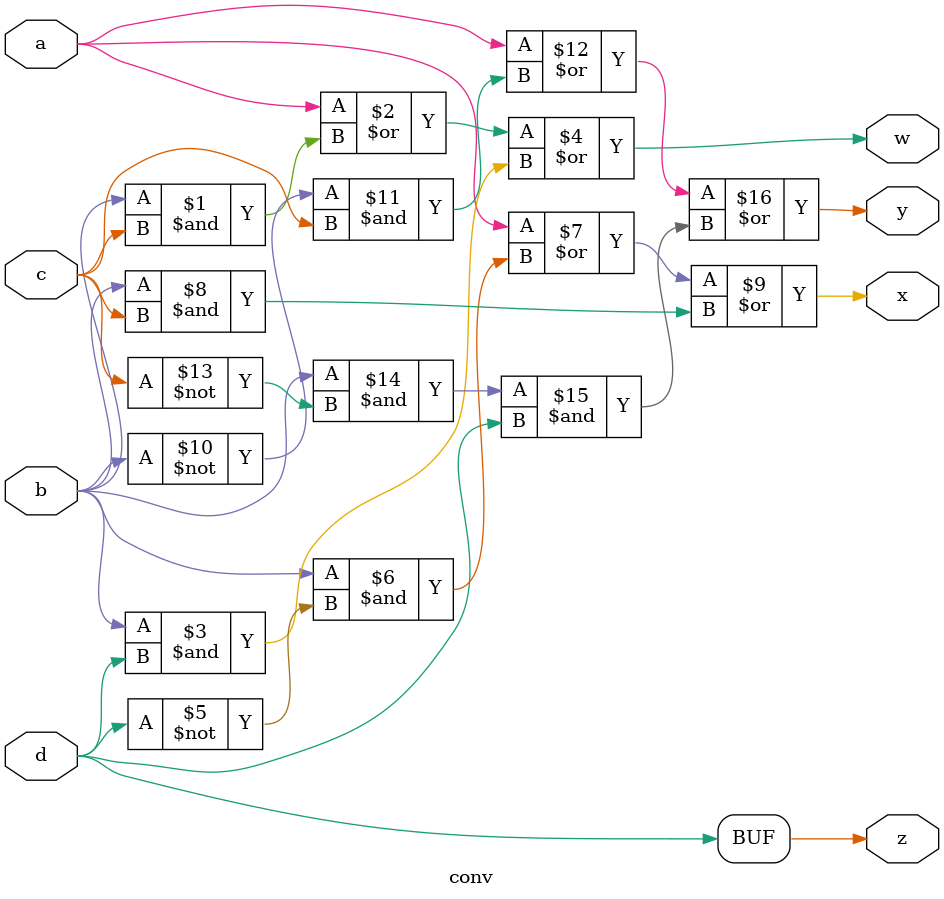
<source format=v>
`timescale 1ns / 1ps

module conv(
    input a,
    input b,
    input c,
    input d,
    output w,
    output x,
    output y,
    output z
    );
assign w = a|(b&c)|(b&d);
assign x = a|(b&~d)|(b&c);
assign y = a|(~b&c)|(b&~c&d);
assign z = d;
endmodule

</source>
